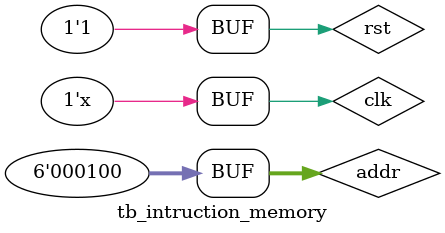
<source format=v>
`timescale 1ns / 1ps

module tb_intruction_memory();
    reg clk;
    reg rst;
    reg [5:0]addr;
    wire [31:0] instruction;
    
    initial begin
        rst = 0;
        clk = 1;
        addr = 6'b000000;
        #100
        rst = 1;
        #10
        addr = 6'b000001;
        #10
        addr = 6'b000010;
        #10
        addr = 6'b000011;        
        #10
        addr = 6'b000100;        
    end
    always #1  clk = ~clk;

    instruction_memory instruction_memory(
                    .clk(clk),
                    .rst(rst),
                    .i_address(addr),
                    .o_instruction(instruction));
endmodule

</source>
